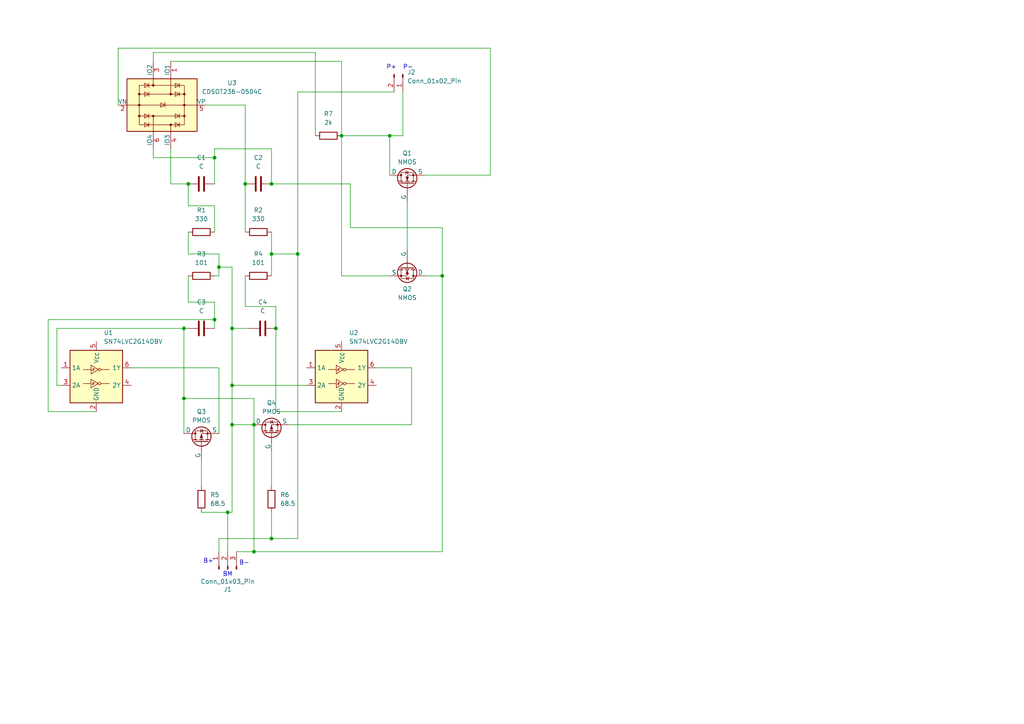
<source format=kicad_sch>
(kicad_sch (version 20250114) (generator "eeschema") (generator_version "9.0")
  (paper "A4")
  (lib_symbols
    (symbol "74xGxx:SN74LVC2G14DBV"
      (property "Reference" "U" (at 2.54 12.7 0))
      (property "Value" "SN74LVC2G14DBV" (at 2.54 10.16 0))
      (symbol "SN74LVC2G14DBV_1_1"
        (rectangle (start -7.62 7.62) (end 7.62 -7.62) (stroke (width 0.254)) (fill (type background)))
        (polyline (pts (xy -1.524 3.302) (xy 0.508 2.032) (xy -1.524 0.762) (xy -1.524 3.302)))
        (polyline (pts (xy -1.524 2.032) (xy -3.81 2.032)))
        (polyline (pts (xy -1.524 -0.762) (xy 0.508 -2.032) (xy -1.524 -3.302) (xy -1.524 -0.762)))
        (polyline (pts (xy -1.524 -2.032) (xy -3.81 -2.032)))
        (polyline (pts (xy -1.016 1.778) (xy -1.016 2.286) (xy -0.762 2.286) (xy -0.762 1.778) (xy -1.27 1.778)))
        (polyline (pts (xy -1.016 -2.286) (xy -1.016 -1.778) (xy -0.762 -1.778) (xy -0.762 -2.286) (xy -1.27 -2.286)))
        (polyline (pts (xy -0.762 2.286) (xy -0.508 2.286)))
        (polyline (pts (xy -0.762 -1.778) (xy -0.508 -1.778)))
        (circle (center 0.889 2.032) (radius 0.381))
        (circle (center 0.889 -2.032) (radius 0.381))
        (polyline (pts (xy 1.27 2.032) (xy 3.81 2.032)))
        (polyline (pts (xy 1.27 -2.032) (xy 3.81 -2.032)))
        (pin input line (at -10.16 2.54 0) (length 2.54) (name "1A") (number "1"))
        (pin input line (at -10.16 -2.54 0) (length 2.54) (name "2A") (number "3"))
        (pin power_in line (at 0 10.16 270) (length 2.54) (name "V_{CC}") (number "5"))
        (pin power_in line (at 0 -10.16 90) (length 2.54) (name "GND") (number "2"))
        (pin output line (at 10.16 2.54 180) (length 2.54) (name "1Y") (number "6"))
        (pin output line (at 10.16 -2.54 180) (length 2.54) (name "2Y") (number "4"))
      )
    )
    (symbol "Connector:Conn_01x02_Pin" (pin_names (offset 1.016) (hide yes))
      (property "Reference" "J" (at 0 2.54 0))
      (property "Value" "Conn_01x02_Pin" (at 0 -5.08 0))
      (symbol "Conn_01x02_Pin_1_1"
        (rectangle (start 0.8636 0.127) (end 0 -0.127) (stroke (width 0.1524)) (fill (type outline)))
        (rectangle (start 0.8636 -2.413) (end 0 -2.667) (stroke (width 0.1524)) (fill (type outline)))
        (polyline (pts (xy 1.27 0) (xy 0.8636 0)) (stroke (width 0.1524)))
        (polyline (pts (xy 1.27 -2.54) (xy 0.8636 -2.54)) (stroke (width 0.1524)))
        (pin passive line (at 5.08 0 180) (length 3.81) (name "Pin_1") (number "1"))
        (pin passive line (at 5.08 -2.54 180) (length 3.81) (name "Pin_2") (number "2"))
      )
    )
    (symbol "Connector:Conn_01x03_Pin" (pin_names (offset 1.016) (hide yes))
      (property "Reference" "J" (at 0 5.08 0))
      (property "Value" "Conn_01x03_Pin" (at 0 -5.08 0))
      (symbol "Conn_01x03_Pin_1_1"
        (rectangle (start 0.8636 2.667) (end 0 2.413) (stroke (width 0.1524)) (fill (type outline)))
        (rectangle (start 0.8636 0.127) (end 0 -0.127) (stroke (width 0.1524)) (fill (type outline)))
        (rectangle (start 0.8636 -2.413) (end 0 -2.667) (stroke (width 0.1524)) (fill (type outline)))
        (polyline (pts (xy 1.27 2.54) (xy 0.8636 2.54)) (stroke (width 0.1524)))
        (polyline (pts (xy 1.27 0) (xy 0.8636 0)) (stroke (width 0.1524)))
        (polyline (pts (xy 1.27 -2.54) (xy 0.8636 -2.54)) (stroke (width 0.1524)))
        (pin passive line (at 5.08 2.54 180) (length 3.81) (name "Pin_1") (number "1"))
        (pin passive line (at 5.08 0 180) (length 3.81) (name "Pin_2") (number "2"))
        (pin passive line (at 5.08 -2.54 180) (length 3.81) (name "Pin_3") (number "3"))
      )
    )
    (symbol "Device:C" (pin_numbers (hide yes)) (pin_names (offset 0.254))
      (property "Reference" "C" (at 0.635 2.54 0))
      (property "Value" "C" (at 0.635 -2.54 0))
      (symbol "C_0_1"
        (polyline (pts (xy -2.032 0.762) (xy 2.032 0.762)) (stroke (width 0.508)))
        (polyline (pts (xy -2.032 -0.762) (xy 2.032 -0.762)) (stroke (width 0.508)))
      )
      (symbol "C_1_1"
        (pin passive line (at 0 3.81 270) (length 2.794) (name "~") (number "1"))
        (pin passive line (at 0 -3.81 90) (length 2.794) (name "~") (number "2"))
      )
    )
    (symbol "Device:R" (pin_numbers (hide yes)) (pin_names (offset 0))
      (property "Reference" "R" (at 2.032 0 90))
      (property "Value" "R" (at 0 0 90))
      (symbol "R_0_1"
        (rectangle (start -1.016 -2.54) (end 1.016 2.54) (stroke (width 0.254)))
      )
      (symbol "R_1_1"
        (pin passive line (at 0 3.81 270) (length 1.27) (name "~") (number "1"))
        (pin passive line (at 0 -3.81 90) (length 1.27) (name "~") (number "2"))
      )
    )
    (symbol "Power_Protection:CDSOT236-0504C" (pin_names (offset 0))
      (property "Reference" "U" (at -5.08 11.43 0))
      (property "Value" "CDSOT236-0504C" (at 2.54 11.43 0))
      (symbol "CDSOT236-0504C_0_0"
        (rectangle (start -5.715 6.477) (end 5.715 -6.604))
        (polyline (pts (xy -3.175 -6.604) (xy -3.175 6.477)))
        (polyline (pts (xy 3.175 6.477) (xy 3.175 -6.604)))
      )
      (symbol "CDSOT236-0504C_0_1"
        (polyline (pts (xy -7.747 2.54) (xy -3.175 2.54)))
        (rectangle (start -7.62 10.16) (end 7.62 -10.16) (stroke (width 0.254)) (fill (type background)))
        (polyline (pts (xy -7.62 -2.54) (xy -5.715 -2.54)))
        (circle (center -5.715 -2.54) (radius 0.2794) (fill (type outline)))
        (polyline (pts (xy -5.08 5.08) (xy -6.35 5.08)))
        (polyline (pts (xy -5.08 3.81) (xy -6.35 3.81) (xy -5.715 5.08) (xy -5.08 3.81)))
        (polyline (pts (xy -5.08 -3.81) (xy -6.35 -3.81)))
        (polyline (pts (xy -5.08 -5.08) (xy -6.35 -5.08) (xy -5.715 -3.81) (xy -5.08 -5.08)))
        (circle (center -3.175 6.477) (radius 0.2794) (fill (type outline)))
        (circle (center -3.175 2.54) (radius 0.2794) (fill (type outline)))
        (circle (center -3.175 -6.604) (radius 0.2794) (fill (type outline)))
        (polyline (pts (xy -2.54 5.08) (xy -3.81 5.08)))
        (polyline (pts (xy -2.54 3.81) (xy -3.81 3.81) (xy -3.175 5.08) (xy -2.54 3.81)))
        (polyline (pts (xy -2.54 -3.81) (xy -3.81 -3.81)))
        (polyline (pts (xy -2.54 -5.08) (xy -3.81 -5.08) (xy -3.175 -3.81) (xy -2.54 -5.08)))
        (polyline (pts (xy 0 10.16) (xy 0 -10.16)))
        (circle (center 0 6.477) (radius 0.2794) (fill (type outline)))
        (circle (center 0 -6.604) (radius 0.2794) (fill (type outline)))
        (polyline (pts (xy 0.635 0.889) (xy -0.635 0.889) (xy -0.635 0.635)))
        (polyline (pts (xy 0.635 -0.381) (xy -0.635 -0.381) (xy 0 0.889) (xy 0.635 -0.381)))
        (circle (center 3.175 6.477) (radius 0.2794) (fill (type outline)))
        (circle (center 3.175 -2.54) (radius 0.2794) (fill (type outline)))
        (circle (center 3.175 -6.604) (radius 0.2794) (fill (type outline)))
        (polyline (pts (xy 3.81 5.08) (xy 2.54 5.08)))
        (polyline (pts (xy 3.81 3.81) (xy 2.54 3.81) (xy 3.175 5.08) (xy 3.81 3.81)))
        (polyline (pts (xy 3.81 -3.81) (xy 2.54 -3.81)))
        (polyline (pts (xy 3.81 -5.08) (xy 2.54 -5.08) (xy 3.175 -3.81) (xy 3.81 -5.08)))
        (circle (center 5.715 2.54) (radius 0.2794) (fill (type outline)))
        (polyline (pts (xy 6.35 5.08) (xy 5.08 5.08)))
        (polyline (pts (xy 6.35 3.81) (xy 5.08 3.81) (xy 5.715 5.08) (xy 6.35 3.81)))
        (polyline (pts (xy 6.35 -3.81) (xy 5.08 -3.81)))
        (polyline (pts (xy 6.35 -5.08) (xy 5.08 -5.08) (xy 5.715 -3.81) (xy 6.35 -5.08)))
        (polyline (pts (xy 7.62 2.54) (xy 5.715 2.54)))
        (polyline (pts (xy 7.62 -2.54) (xy 3.175 -2.54)))
      )
      (symbol "CDSOT236-0504C_1_1"
        (pin passive line (at -12.7 2.54 0) (length 5.08) (name "IO1") (number "1"))
        (pin passive line (at -12.7 -2.54 0) (length 5.08) (name "IO2") (number "3"))
        (pin passive line (at 0 12.7 270) (length 2.54) (name "VP") (number "5"))
        (pin passive line (at 0 -12.7 90) (length 2.54) (name "VN") (number "2"))
        (pin passive line (at 12.7 2.54 180) (length 5.08) (name "IO3") (number "4"))
        (pin passive line (at 12.7 -2.54 180) (length 5.08) (name "IO4") (number "6"))
      )
    )
    (symbol "Simulation_SPICE:NMOS" (pin_numbers (hide yes)) (pin_names (offset 0))
      (property "Reference" "Q" (at 5.08 1.27 0))
      (property "Value" "NMOS" (at 5.08 -1.27 0))
      (symbol "NMOS_0_1"
        (polyline (pts (xy 0.254 1.905) (xy 0.254 -1.905)) (stroke (width 0.254)))
        (polyline (pts (xy 0.254 0) (xy -2.54 0)))
        (polyline (pts (xy 0.762 2.286) (xy 0.762 1.27)) (stroke (width 0.254)))
        (polyline (pts (xy 0.762 0.508) (xy 0.762 -0.508)) (stroke (width 0.254)))
        (polyline (pts (xy 0.762 -1.27) (xy 0.762 -2.286)) (stroke (width 0.254)))
        (polyline (pts (xy 0.762 -1.778) (xy 3.302 -1.778) (xy 3.302 1.778) (xy 0.762 1.778)))
        (polyline (pts (xy 1.016 0) (xy 2.032 0.381) (xy 2.032 -0.381) (xy 1.016 0)) (fill (type outline)))
        (circle (center 1.651 0) (radius 2.794) (stroke (width 0.254)))
        (polyline (pts (xy 2.54 2.54) (xy 2.54 1.778)))
        (circle (center 2.54 1.778) (radius 0.254) (fill (type outline)))
        (circle (center 2.54 -1.778) (radius 0.254) (fill (type outline)))
        (polyline (pts (xy 2.54 -2.54) (xy 2.54 0) (xy 0.762 0)))
        (polyline (pts (xy 2.794 0.508) (xy 2.921 0.381) (xy 3.683 0.381) (xy 3.81 0.254)))
        (polyline (pts (xy 3.302 0.381) (xy 2.921 -0.254) (xy 3.683 -0.254) (xy 3.302 0.381)))
      )
      (symbol "NMOS_1_1"
        (pin input line (at -5.08 0 0) (length 2.54) (name "G") (number "2"))
        (pin passive line (at 2.54 5.08 270) (length 2.54) (name "D") (number "1"))
        (pin passive line (at 2.54 -5.08 90) (length 2.54) (name "S") (number "3"))
      )
    )
    (symbol "Simulation_SPICE:PMOS" (pin_numbers (hide yes)) (pin_names (offset 0))
      (property "Reference" "Q" (at 5.08 1.27 0))
      (property "Value" "PMOS" (at 5.08 -1.27 0))
      (symbol "PMOS_0_1"
        (polyline (pts (xy 0.254 1.905) (xy 0.254 -1.905)) (stroke (width 0.254)))
        (polyline (pts (xy 0.254 0) (xy -2.54 0)))
        (polyline (pts (xy 0.762 2.286) (xy 0.762 1.27)) (stroke (width 0.254)))
        (polyline (pts (xy 0.762 1.778) (xy 3.302 1.778) (xy 3.302 -1.778) (xy 0.762 -1.778)))
        (polyline (pts (xy 0.762 0.508) (xy 0.762 -0.508)) (stroke (width 0.254)))
        (polyline (pts (xy 0.762 -1.27) (xy 0.762 -2.286)) (stroke (width 0.254)))
        (circle (center 1.651 0) (radius 2.794) (stroke (width 0.254)))
        (polyline (pts (xy 2.286 0) (xy 1.27 0.381) (xy 1.27 -0.381) (xy 2.286 0)) (fill (type outline)))
        (polyline (pts (xy 2.54 2.54) (xy 2.54 1.778)))
        (circle (center 2.54 1.778) (radius 0.254) (fill (type outline)))
        (circle (center 2.54 -1.778) (radius 0.254) (fill (type outline)))
        (polyline (pts (xy 2.54 -2.54) (xy 2.54 0) (xy 0.762 0)))
        (polyline (pts (xy 2.794 -0.508) (xy 2.921 -0.381) (xy 3.683 -0.381) (xy 3.81 -0.254)))
        (polyline (pts (xy 3.302 -0.381) (xy 2.921 0.254) (xy 3.683 0.254) (xy 3.302 -0.381)))
      )
      (symbol "PMOS_1_1"
        (pin input line (at -5.08 0 0) (length 2.54) (name "G") (number "2"))
        (pin passive line (at 2.54 5.08 270) (length 2.54) (name "D") (number "1"))
        (pin passive line (at 2.54 -5.08 90) (length 2.54) (name "S") (number "3"))
      )
    )
  )
  (text "BM" (at 66.04 166.624 0) (effects (font (size 1.27 1.27))))
  (text "B-" (at 70.866 163.322 0) (effects (font (size 1.27 1.27))))
  (text "B+" (at 60.452 162.814 0) (effects (font (size 1.27 1.27))))
  (text "P-" (at 118.364 19.558 0) (effects (font (size 1.27 1.27))))
  (text "P+" (at 113.538 19.558 0) (effects (font (size 1.27 1.27))))
  (junction (at 62.23 45.72))
  (junction (at 53.34 115.57))
  (junction (at 80.01 95.25))
  (junction (at 67.31 111.76))
  (junction (at 71.12 53.34))
  (junction (at 54.61 53.34))
  (junction (at 78.74 73.66))
  (junction (at 66.04 148.59))
  (junction (at 99.06 39.37))
  (junction (at 78.74 53.34))
  (junction (at 73.66 160.02))
  (junction (at 62.23 92.71))
  (junction (at 63.5 77.47))
  (junction (at 78.74 156.21))
  (junction (at 113.03 39.37))
  (junction (at 67.31 123.19))
  (junction (at 128.27 80.01))
  (junction (at 53.34 95.25))
  (junction (at 86.36 73.66))
  (junction (at 73.66 123.19))
  (junction (at 67.31 95.25))
  (wire (pts (xy 99.06 17.78) (xy 99.06 39.37)))
  (wire (pts (xy 53.34 115.57) (xy 53.34 95.25)))
  (wire (pts (xy 44.45 43.18) (xy 44.45 45.72)))
  (wire (pts (xy 49.53 53.34) (xy 54.61 53.34)))
  (wire (pts (xy 17.78 111.76) (xy 16.51 111.76)))
  (wire (pts (xy 62.23 43.18) (xy 78.74 43.18)))
  (wire (pts (xy 16.51 111.76) (xy 16.51 95.25)))
  (wire (pts (xy 62.23 87.63) (xy 62.23 92.71)))
  (wire (pts (xy 66.04 148.59) (xy 58.42 148.59)))
  (wire (pts (xy 142.24 50.8) (xy 142.24 13.97)))
  (wire (pts (xy 99.06 80.01) (xy 113.03 80.01)))
  (wire (pts (xy 99.06 39.37) (xy 99.06 80.01)))
  (wire (pts (xy 54.61 87.63) (xy 62.23 87.63)))
  (wire (pts (xy 54.61 80.01) (xy 54.61 87.63)))
  (wire (pts (xy 73.66 160.02) (xy 73.66 123.19)))
  (wire (pts (xy 123.19 50.8) (xy 142.24 50.8)))
  (wire (pts (xy 63.5 156.21) (xy 78.74 156.21)))
  (wire (pts (xy 99.06 39.37) (xy 113.03 39.37)))
  (wire (pts (xy 128.27 160.02) (xy 128.27 80.01)))
  (wire (pts (xy 114.3 26.67) (xy 86.36 26.67)))
  (wire (pts (xy 78.74 73.66) (xy 78.74 80.01)))
  (wire (pts (xy 13.97 119.38) (xy 13.97 92.71)))
  (wire (pts (xy 54.61 59.69) (xy 62.23 59.69)))
  (wire (pts (xy 53.34 95.25) (xy 54.61 95.25)))
  (wire (pts (xy 128.27 80.01) (xy 123.19 80.01)))
  (wire (pts (xy 99.06 119.38) (xy 80.01 119.38)))
  (wire (pts (xy 71.12 88.9) (xy 80.01 88.9)))
  (wire (pts (xy 71.12 53.34) (xy 71.12 67.31)))
  (wire (pts (xy 44.45 45.72) (xy 62.23 45.72)))
  (wire (pts (xy 27.94 119.38) (xy 13.97 119.38)))
  (wire (pts (xy 62.23 92.71) (xy 62.23 95.25)))
  (wire (pts (xy 53.34 115.57) (xy 53.34 125.73)))
  (wire (pts (xy 119.38 106.68) (xy 119.38 123.19)))
  (wire (pts (xy 63.5 73.66) (xy 63.5 77.47)))
  (wire (pts (xy 67.31 95.25) (xy 72.39 95.25)))
  (wire (pts (xy 63.5 106.68) (xy 63.5 125.73)))
  (wire (pts (xy 86.36 73.66) (xy 78.74 73.66)))
  (wire (pts (xy 73.66 160.02) (xy 128.27 160.02)))
  (wire (pts (xy 44.45 15.24) (xy 44.45 17.78)))
  (wire (pts (xy 80.01 88.9) (xy 80.01 95.25)))
  (wire (pts (xy 71.12 30.48) (xy 71.12 53.34)))
  (wire (pts (xy 38.1 106.68) (xy 63.5 106.68)))
  (wire (pts (xy 62.23 53.34) (xy 62.23 45.72)))
  (wire (pts (xy 63.5 73.66) (xy 54.61 73.66)))
  (wire (pts (xy 73.66 123.19) (xy 73.66 115.57)))
  (wire (pts (xy 66.04 160.02) (xy 66.04 148.59)))
  (wire (pts (xy 86.36 26.67) (xy 86.36 73.66)))
  (wire (pts (xy 54.61 53.34) (xy 54.61 59.69)))
  (wire (pts (xy 67.31 77.47) (xy 67.31 95.25)))
  (wire (pts (xy 58.42 133.35) (xy 58.42 140.97)))
  (wire (pts (xy 66.04 148.59) (xy 67.31 148.59)))
  (wire (pts (xy 78.74 156.21) (xy 78.74 148.59)))
  (wire (pts (xy 119.38 123.19) (xy 83.82 123.19)))
  (wire (pts (xy 78.74 67.31) (xy 78.74 73.66)))
  (wire (pts (xy 128.27 66.04) (xy 128.27 80.01)))
  (wire (pts (xy 67.31 111.76) (xy 67.31 95.25)))
  (wire (pts (xy 13.97 92.71) (xy 62.23 92.71)))
  (wire (pts (xy 63.5 77.47) (xy 63.5 80.01)))
  (wire (pts (xy 101.6 66.04) (xy 128.27 66.04)))
  (wire (pts (xy 86.36 156.21) (xy 86.36 73.66)))
  (wire (pts (xy 63.5 80.01) (xy 62.23 80.01)))
  (wire (pts (xy 78.74 156.21) (xy 86.36 156.21)))
  (wire (pts (xy 73.66 115.57) (xy 53.34 115.57)))
  (wire (pts (xy 67.31 148.59) (xy 67.31 123.19)))
  (wire (pts (xy 101.6 53.34) (xy 101.6 66.04)))
  (wire (pts (xy 59.69 30.48) (xy 71.12 30.48)))
  (wire (pts (xy 142.24 13.97) (xy 34.29 13.97)))
  (wire (pts (xy 34.29 13.97) (xy 34.29 30.48)))
  (wire (pts (xy 63.5 77.47) (xy 67.31 77.47)))
  (wire (pts (xy 16.51 95.25) (xy 53.34 95.25)))
  (wire (pts (xy 78.74 53.34) (xy 101.6 53.34)))
  (wire (pts (xy 71.12 80.01) (xy 71.12 88.9)))
  (wire (pts (xy 49.53 43.18) (xy 49.53 53.34)))
  (wire (pts (xy 91.44 39.37) (xy 91.44 15.24)))
  (wire (pts (xy 113.03 39.37) (xy 116.84 39.37)))
  (wire (pts (xy 62.23 59.69) (xy 62.23 67.31)))
  (wire (pts (xy 63.5 160.02) (xy 63.5 156.21)))
  (wire (pts (xy 67.31 123.19) (xy 67.31 111.76)))
  (wire (pts (xy 73.66 123.19) (xy 67.31 123.19)))
  (wire (pts (xy 62.23 45.72) (xy 62.23 43.18)))
  (wire (pts (xy 68.58 160.02) (xy 73.66 160.02)))
  (wire (pts (xy 78.74 140.97) (xy 78.74 130.81)))
  (wire (pts (xy 67.31 111.76) (xy 88.9 111.76)))
  (wire (pts (xy 109.22 106.68) (xy 119.38 106.68)))
  (wire (pts (xy 118.11 58.42) (xy 118.11 72.39)))
  (wire (pts (xy 91.44 15.24) (xy 44.45 15.24)))
  (wire (pts (xy 80.01 95.25) (xy 80.01 119.38)))
  (wire (pts (xy 116.84 26.67) (xy 116.84 39.37)))
  (wire (pts (xy 113.03 39.37) (xy 113.03 50.8)))
  (wire (pts (xy 54.61 73.66) (xy 54.61 67.31)))
  (wire (pts (xy 49.53 17.78) (xy 99.06 17.78)))
  (wire (pts (xy 78.74 43.18) (xy 78.74 53.34)))
  (symbol (lib_id "Device:R") (at 74.93 80.01 90) (unit 1)
    (property "Reference" "R4" (at 74.93 73.66 90))
    (property "Value" "101" (at 74.93 76.2 90))
    (property "Footprint" "Resistor_SMD:R_0603_1608Metric_Pad0.98x0.95mm_HandSolder" (effects (hide yes)))
    (property "Description" "Resistor" (effects (hide yes)))
  )
  (symbol (lib_id "Connector:Conn_01x02_Pin") (at 116.84 21.59 270) (unit 1)
    (property "Reference" "J2" (at 118.11 20.9549 90) (effects (justify left)))
    (property "Value" "Conn_01x02_Pin" (at 118.11 23.4949 90) (effects (justify left)))
    (property "Footprint" "Connector_JST:JST_EH_B2B-EH-A_1x02_P2.50mm_Vertical" (effects (hide yes)))
    (property "Description" "Generic connector, single row, 01x02, script generated" (effects (hide yes)))
  )
  (symbol (lib_id "Device:R") (at 74.93 67.31 90) (unit 1)
    (property "Reference" "R2" (at 74.93 60.96 90))
    (property "Value" "330" (at 74.93 63.5 90))
    (property "Footprint" "Resistor_SMD:R_0603_1608Metric_Pad0.98x0.95mm_HandSolder" (effects (hide yes)))
    (property "Description" "Resistor" (effects (hide yes)))
  )
  (symbol (lib_id "74xGxx:SN74LVC2G14DBV") (at 99.06 109.22 0) (unit 1)
    (property "Reference" "U2" (at 101.2033 96.52 0) (effects (justify left)))
    (property "Value" "SN74LVC2G14DBV" (at 101.2033 99.06 0) (effects (justify left)))
    (property "Footprint" "Package_TO_SOT_SMD:SOT-23-6" (effects (hide yes)))
    (property "Datasheet" "https://www.ti.com/lit/ds/symlink/sn74lvc2g14.pdf" (effects (hide yes)))
    (property "Description" "Dual schmitt inverter, VCC from 1.65 to 5.5 V, SOT-23" (effects (hide yes)))
  )
  (symbol (lib_id "Simulation_SPICE:PMOS") (at 78.74 125.73 90) (unit 1)
    (property "Reference" "Q4" (at 78.74 116.84 90))
    (property "Value" "PMOS" (at 78.74 119.38 90))
    (property "Footprint" "Package_TO_SOT_SMD:SOT-23" (effects (hide yes)))
    (property "Datasheet" "https://ngspice.sourceforge.io/docs/ngspice-html-manual/manual.xhtml#cha_MOSFETs" (effects (hide yes)))
    (property "Description" "P-MOSFET transistor, drain/source/gate" (effects (hide yes)))
    (property "Sim.Device" "PMOS" (effects (hide yes)))
    (property "Sim.Type" "VDMOS" (effects (hide yes)))
    (property "Sim.Pins" "1=D 2=G 3=S" (effects (hide yes)))
  )
  (symbol (lib_id "Device:R") (at 58.42 67.31 90) (unit 1)
    (property "Reference" "R1" (at 58.42 60.96 90))
    (property "Value" "330" (at 58.42 63.5 90))
    (property "Footprint" "Resistor_SMD:R_0603_1608Metric_Pad0.98x0.95mm_HandSolder" (effects (hide yes)))
    (property "Description" "Resistor" (effects (hide yes)))
  )
  (symbol (lib_id "Device:R") (at 58.42 80.01 90) (unit 1)
    (property "Reference" "R3" (at 58.42 73.66 90))
    (property "Value" "101" (at 58.42 76.2 90))
    (property "Footprint" "Resistor_SMD:R_0603_1608Metric_Pad0.98x0.95mm_HandSolder" (effects (hide yes)))
    (property "Description" "Resistor" (effects (hide yes)))
  )
  (symbol (lib_id "Device:C") (at 74.93 53.34 90) (unit 1)
    (property "Reference" "C2" (at 74.93 45.72 90))
    (property "Value" "C" (at 74.93 48.26 90))
    (property "Footprint" "Capacitor_SMD:C_0603_1608Metric_Pad1.08x0.95mm_HandSolder" (effects (hide yes)))
    (property "Description" "Unpolarized capacitor" (effects (hide yes)))
  )
  (symbol (lib_id "Simulation_SPICE:PMOS") (at 58.42 128.27 90) (unit 1)
    (property "Reference" "Q3" (at 58.42 119.38 90))
    (property "Value" "PMOS" (at 58.42 121.92 90))
    (property "Footprint" "Package_TO_SOT_SMD:SOT-23" (effects (hide yes)))
    (property "Datasheet" "https://ngspice.sourceforge.io/docs/ngspice-html-manual/manual.xhtml#cha_MOSFETs" (effects (hide yes)))
    (property "Description" "P-MOSFET transistor, drain/source/gate" (effects (hide yes)))
    (property "Sim.Device" "PMOS" (effects (hide yes)))
    (property "Sim.Type" "VDMOS" (effects (hide yes)))
    (property "Sim.Pins" "1=D 2=G 3=S" (effects (hide yes)))
  )
  (symbol (lib_id "Power_Protection:CDSOT236-0504C") (at 46.99 30.48 270) (unit 1)
    (property "Reference" "U3" (at 67.31 24.0598 90))
    (property "Value" "CDSOT236-0504C" (at 67.31 26.5998 90))
    (property "Footprint" "Package_TO_SOT_SMD:SOT-23-6" (effects (hide yes)))
    (property "Datasheet" "https://www.bourns.com/docs/product-datasheets/cdsot236-0504c.pdf" (effects (hide yes)))
    (property "Description" "Low capacitance ESD diode / steering Diode Array, SOT23-6" (effects (hide yes)))
  )
  (symbol (lib_id "Simulation_SPICE:NMOS") (at 118.11 77.47 270) (unit 1)
    (property "Reference" "Q2" (at 118.11 83.82 90))
    (property "Value" "NMOS" (at 118.11 86.36 90))
    (property "Footprint" "Package_TO_SOT_SMD:TO-252-2" (effects (hide yes)))
    (property "Datasheet" "https://ngspice.sourceforge.io/docs/ngspice-html-manual/manual.xhtml#cha_MOSFETs" (effects (hide yes)))
    (property "Description" "N-MOSFET transistor, drain/source/gate" (effects (hide yes)))
    (property "Sim.Device" "NMOS" (effects (hide yes)))
    (property "Sim.Type" "VDMOS" (effects (hide yes)))
    (property "Sim.Pins" "1=D 2=G 3=S" (effects (hide yes)))
  )
  (symbol (lib_id "Connector:Conn_01x03_Pin") (at 66.04 165.1 90) (unit 1)
    (property "Reference" "J1" (at 66.04 170.942 90))
    (property "Value" "Conn_01x03_Pin" (at 66.04 168.656 90))
    (property "Footprint" "Connector_JST:JST_XH_B3B-XH-A_1x03_P2.50mm_Vertical" (effects (hide yes)))
    (property "Description" "Generic connector, single row, 01x03, script generated" (effects (hide yes)))
  )
  (symbol (lib_id "Device:R") (at 58.42 144.78 0) (unit 1)
    (property "Reference" "R5" (at 60.96 143.5099 0) (effects (justify left)))
    (property "Value" "68.5" (at 60.96 146.0499 0) (effects (justify left)))
    (property "Footprint" "Resistor_SMD:R_2512_6332Metric_Pad1.40x3.35mm_HandSolder" (effects (hide yes)))
    (property "Description" "Resistor" (effects (hide yes)))
  )
  (symbol (lib_id "74xGxx:SN74LVC2G14DBV") (at 27.94 109.22 0) (unit 1)
    (property "Reference" "U1" (at 30.0833 96.52 0) (effects (justify left)))
    (property "Value" "SN74LVC2G14DBV" (at 30.0833 99.06 0) (effects (justify left)))
    (property "Footprint" "Package_TO_SOT_SMD:SOT-23-6" (effects (hide yes)))
    (property "Datasheet" "https://www.ti.com/lit/ds/symlink/sn74lvc2g14.pdf" (effects (hide yes)))
    (property "Description" "Dual schmitt inverter, VCC from 1.65 to 5.5 V, SOT-23" (effects (hide yes)))
  )
  (symbol (lib_id "Device:R") (at 78.74 144.78 0) (unit 1)
    (property "Reference" "R6" (at 81.28 143.5099 0) (effects (justify left)))
    (property "Value" "68.5" (at 81.28 146.0499 0) (effects (justify left)))
    (property "Footprint" "Resistor_SMD:R_2512_6332Metric_Pad1.40x3.35mm_HandSolder" (effects (hide yes)))
    (property "Description" "Resistor" (effects (hide yes)))
  )
  (symbol (lib_id "Device:C") (at 76.2 95.25 90) (unit 1)
    (property "Reference" "C4" (at 76.2 87.63 90))
    (property "Value" "C" (at 76.2 90.17 90))
    (property "Footprint" "Capacitor_SMD:C_0603_1608Metric_Pad1.08x0.95mm_HandSolder" (effects (hide yes)))
    (property "Description" "Unpolarized capacitor" (effects (hide yes)))
  )
  (symbol (lib_id "Device:C") (at 58.42 53.34 90) (unit 1)
    (property "Reference" "C1" (at 58.42 45.72 90))
    (property "Value" "C" (at 58.42 48.26 90))
    (property "Footprint" "Capacitor_SMD:C_0603_1608Metric_Pad1.08x0.95mm_HandSolder" (effects (hide yes)))
    (property "Description" "Unpolarized capacitor" (effects (hide yes)))
  )
  (symbol (lib_id "Device:C") (at 58.42 95.25 90) (unit 1)
    (property "Reference" "C3" (at 58.42 87.63 90))
    (property "Value" "C" (at 58.42 90.17 90))
    (property "Footprint" "Capacitor_SMD:C_0603_1608Metric_Pad1.08x0.95mm_HandSolder" (effects (hide yes)))
    (property "Description" "Unpolarized capacitor" (effects (hide yes)))
  )
  (symbol (lib_id "Simulation_SPICE:NMOS") (at 118.11 53.34 90) (unit 1)
    (property "Reference" "Q1" (at 118.11 44.45 90))
    (property "Value" "NMOS" (at 118.11 46.99 90))
    (property "Footprint" "Package_TO_SOT_SMD:TO-252-2" (effects (hide yes)))
    (property "Datasheet" "https://ngspice.sourceforge.io/docs/ngspice-html-manual/manual.xhtml#cha_MOSFETs" (effects (hide yes)))
    (property "Description" "N-MOSFET transistor, drain/source/gate" (effects (hide yes)))
    (property "Sim.Device" "NMOS" (effects (hide yes)))
    (property "Sim.Type" "VDMOS" (effects (hide yes)))
    (property "Sim.Pins" "1=D 2=G 3=S" (effects (hide yes)))
  )
  (symbol (lib_id "Device:R") (at 95.25 39.37 90) (unit 1)
    (property "Reference" "R7" (at 95.25 33.02 90))
    (property "Value" "2k" (at 95.25 35.56 90))
    (property "Footprint" "Resistor_SMD:R_0603_1608Metric_Pad0.98x0.95mm_HandSolder" (effects (hide yes)))
    (property "Description" "Resistor" (effects (hide yes)))
  )
)
</source>
